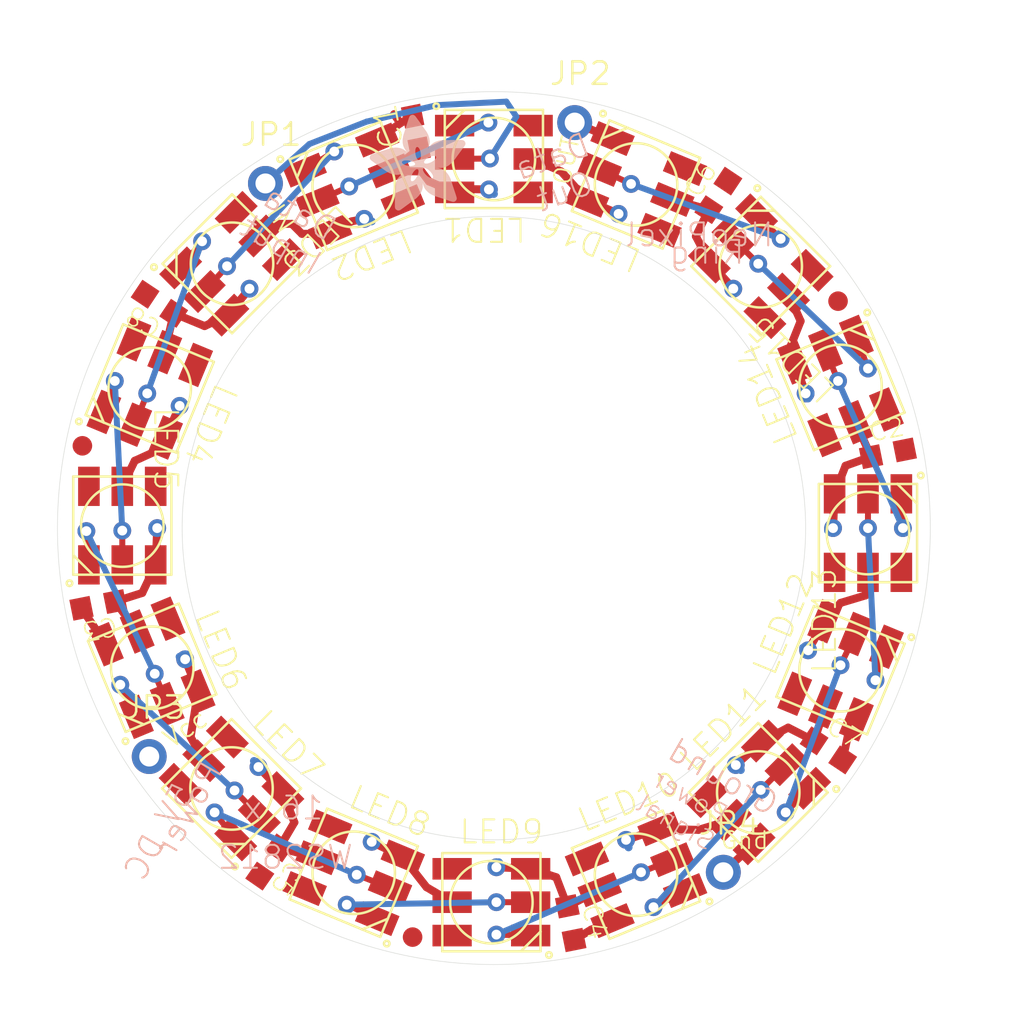
<source format=kicad_pcb>
(kicad_pcb (version 20240108) (generator "pcbnew") (generator_version "8.0")
  (layers (0 "F.Cu" signal) (31 "B.Cu" signal) (34 "B.Paste" user) (35 "F.Paste" user) (36 "B.SilkS" user "B.Silkscreen") (37 "F.SilkS" user "F.Silkscreen") (38 "B.Mask" user) (39 "F.Mask" user) (44 "Edge.Cuts" user))
  (net 0 "")
  (net 1 "N$1")
  (net 2 "N$2")
  (net 3 "N$3")
  (net 4 "N$4")
  (net 5 "N$5")
  (net 6 "N$6")
  (net 7 "N$7")
  (net 8 "+5V")
  (net 9 "GND")
  (net 10 "IN")
  (net 11 "N$9")
  (net 12 "N$10")
  (net 13 "N$11")
  (net 14 "N$12")
  (net 15 "N$13")
  (net 16 "N$14")
  (net 17 "N$15")
  (net 18 "N$16")
  (net 19 "OUT")
  (footprint "Adafruit NeoPixel Ring 16:WS28115050" (layer "F.Cu") (at 131.1021 112.1156 -67.5)
    (property "Reference" "LED6" (at -1.7 -2.9 -67.5) (layer "F.SilkS") (effects (font (size 1.1684 1.1684) (thickness 0.1016)) (justify left bottom)))
    (property "Value" "WS28115050")
    (pad "DI" smd rect (at 2 0 292.5) (size 2 1.1) (layers "F.Cu" "F.Paste" "F.Mask") (net 5 "N$5"))
    (pad "DO" smd rect (at 2 1.7 292.5) (size 2 1.1) (layers "F.Cu" "F.Paste" "F.Mask") (net 6 "N$6"))
    (pad "LEDVDD" smd rect (at -2 0 292.5) (size 2 1.1) (layers "F.Cu" "F.Paste" "F.Mask") (net 8 "+5V"))
    (pad "NC" smd rect (at -2 -1.7 292.5) (size 2 1.1) (layers "F.Cu" "F.Paste" "F.Mask"))
    (pad "VDD" smd rect (at 2 -1.7 292.5) (size 2 1.1) (layers "F.Cu" "F.Paste" "F.Mask") (net 8 "+5V"))
    (pad "VSS" smd rect (at -2 1.7 292.5) (size 2 1.1) (layers "F.Cu" "F.Paste" "F.Mask") (net 9 "GND"))
  )
  (footprint "Adafruit NeoPixel Ring 16:WS28115050" (layer "F.Cu") (at 167.5511 105.2576 90)
    (property "Reference" "LED13" (at -1.7 -2.9 90) (layer "F.SilkS") (effects (font (size 1.1684 1.1684) (thickness 0.1016)) (justify right top)))
    (property "Value" "WS28115050")
    (pad "DI" smd rect (at 2 0 90) (size 2 1.1) (layers "F.Cu" "F.Paste" "F.Mask") (net 14 "N$12"))
    (pad "DO" smd rect (at 2 1.7 90) (size 2 1.1) (layers "F.Cu" "F.Paste" "F.Mask") (net 15 "N$13"))
    (pad "LEDVDD" smd rect (at -2 0 90) (size 2 1.1) (layers "F.Cu" "F.Paste" "F.Mask") (net 8 "+5V"))
    (pad "NC" smd rect (at -2 -1.7 90) (size 2 1.1) (layers "F.Cu" "F.Paste" "F.Mask"))
    (pad "VDD" smd rect (at 2 -1.7 90) (size 2 1.1) (layers "F.Cu" "F.Paste" "F.Mask") (net 8 "+5V"))
    (pad "VSS" smd rect (at -2 1.7 90) (size 2 1.1) (layers "F.Cu" "F.Paste" "F.Mask") (net 9 "GND"))
  )
  (footprint "Adafruit NeoPixel Ring 16:WS28115050" (layer "F.Cu") (at 148.3741 124.0536)
    (property "Reference" "LED9" (at -1.7 -2.9 0) (layer "F.SilkS") (effects (font (size 1.1684 1.1684) (thickness 0.1016)) (justify left bottom)))
    (property "Value" "WS28115050")
    (pad "DI" smd rect (at 2 0) (size 2 1.1) (layers "F.Cu" "F.Paste" "F.Mask") (net 18 "N$16"))
    (pad "DO" smd rect (at 2 1.7) (size 2 1.1) (layers "F.Cu" "F.Paste" "F.Mask") (net 11 "N$9"))
    (pad "LEDVDD" smd rect (at -2 0) (size 2 1.1) (layers "F.Cu" "F.Paste" "F.Mask") (net 8 "+5V"))
    (pad "NC" smd rect (at -2 -1.7) (size 2 1.1) (layers "F.Cu" "F.Paste" "F.Mask"))
    (pad "VDD" smd rect (at 2 -1.7) (size 2 1.1) (layers "F.Cu" "F.Paste" "F.Mask") (net 8 "+5V"))
    (pad "VSS" smd rect (at -2 1.7) (size 2 1.1) (layers "F.Cu" "F.Paste" "F.Mask") (net 9 "GND"))
  )
  (footprint "Adafruit NeoPixel Ring 16:WS28115050" (layer "F.Cu") (at 135.1407 118.2624 -45)
    (property "Reference" "LED7" (at -1.7 -2.9 -45) (layer "F.SilkS") (effects (font (size 1.1684 1.1684) (thickness 0.1016)) (justify left bottom)))
    (property "Value" "WS28115050")
    (pad "DI" smd rect (at 2.000001 0 315) (size 2 1.1) (layers "F.Cu" "F.Paste" "F.Mask") (net 6 "N$6"))
    (pad "DO" smd rect (at 2 1.7 315) (size 2 1.1) (layers "F.Cu" "F.Paste" "F.Mask") (net 7 "N$7"))
    (pad "LEDVDD" smd rect (at -2.000001 0 315) (size 2 1.1) (layers "F.Cu" "F.Paste" "F.Mask") (net 8 "+5V"))
    (pad "NC" smd rect (at -2 -1.7 315) (size 2 1.1) (layers "F.Cu" "F.Paste" "F.Mask"))
    (pad "VDD" smd rect (at 2 -1.7 315) (size 2 1.1) (layers "F.Cu" "F.Paste" "F.Mask") (net 8 "+5V"))
    (pad "VSS" smd rect (at -2 1.7 315) (size 2 1.1) (layers "F.Cu" "F.Paste" "F.Mask") (net 9 "GND"))
  )
  (footprint "Adafruit NeoPixel Ring 16:C0603K" (layer "F.Cu") (at 152.4127 125.1204 -78.7)
    (property "Reference" "C4" (at -0.8 -0.65 -78.7) (layer "F.SilkS") (effects (font (size 0.93472 0.93472) (thickness 0.08128)) (justify left bottom)))
    (property "Value" "")
    (pad "1" smd rect (at -0.875 0 281.3) (size 1.05 1.08) (layers "F.Cu" "F.Paste" "F.Mask") (net 8 "+5V"))
    (pad "2" smd rect (at 0.875 0 281.3) (size 1.05 1.08) (layers "F.Cu" "F.Paste" "F.Mask") (net 9 "GND"))
  )
  (footprint "Adafruit NeoPixel Ring 16:WS28115050" (layer "F.Cu") (at 141.3637 87.5792 -157.5)
    (property "Reference" "LED2" (at -1.7 -2.9 -157.5) (layer "F.SilkS") (effects (font (size 1.1684 1.1684) (thickness 0.1016)) (justify left bottom)))
    (property "Value" "WS28115050")
    (pad "DI" smd rect (at 2 0 202.5) (size 2 1.1) (layers "F.Cu" "F.Paste" "F.Mask") (net 1 "N$1"))
    (pad "DO" smd rect (at 2 1.7 202.5) (size 2 1.1) (layers "F.Cu" "F.Paste" "F.Mask") (net 2 "N$2"))
    (pad "LEDVDD" smd rect (at -2 0 202.5) (size 2 1.1) (layers "F.Cu" "F.Paste" "F.Mask") (net 8 "+5V"))
    (pad "NC" smd rect (at -2 -1.7 202.5) (size 2 1.1) (layers "F.Cu" "F.Paste" "F.Mask"))
    (pad "VDD" smd rect (at 2 -1.7 202.5) (size 2 1.1) (layers "F.Cu" "F.Paste" "F.Mask") (net 8 "+5V"))
    (pad "VSS" smd rect (at -2 1.7 202.5) (size 2 1.1) (layers "F.Cu" "F.Paste" "F.Mask") (net 9 "GND"))
  )
  (footprint "Adafruit NeoPixel Ring 16:C0603" (layer "F.Cu") (at 144.530344 84.859163 101.3)
    (property "Reference" "C1" (at -0.635 -0.635 101.3) (layer "F.SilkS") (effects (font (size 1.1684 1.1684) (thickness 0.1016)) (justify left bottom)))
    (property "Value" "")
    (pad "1" smd rect (at -0.85 0 101.3) (size 1.1 1) (layers "F.Cu" "F.Paste" "F.Mask") (net 8 "+5V"))
    (pad "2" smd rect (at 0.85 0 101.3) (size 1.1 1) (layers "F.Cu" "F.Paste" "F.Mask") (net 9 "GND"))
  )
  (footprint "Adafruit NeoPixel Ring 16:WS28115050" (layer "F.Cu") (at 161.9631 118.4656 45)
    (property "Reference" "LED11" (at -1.7 -2.9 45) (layer "F.SilkS") (effects (font (size 1.1684 1.1684) (thickness 0.1016)) (justify left bottom)))
    (property "Value" "WS28115050")
    (pad "DI" smd rect (at 2.000001 0 45) (size 2 1.1) (layers "F.Cu" "F.Paste" "F.Mask") (net 12 "N$10"))
    (pad "DO" smd rect (at 2 1.7 45) (size 2 1.1) (layers "F.Cu" "F.Paste" "F.Mask") (net 13 "N$11"))
    (pad "LEDVDD" smd rect (at -2.000001 0 45) (size 2 1.1) (layers "F.Cu" "F.Paste" "F.Mask") (net 8 "+5V"))
    (pad "NC" smd rect (at -2 -1.7 45) (size 2 1.1) (layers "F.Cu" "F.Paste" "F.Mask"))
    (pad "VDD" smd rect (at 2 -1.7 45) (size 2 1.1) (layers "F.Cu" "F.Paste" "F.Mask") (net 8 "+5V"))
    (pad "VSS" smd rect (at -2 1.7 45) (size 2 1.1) (layers "F.Cu" "F.Paste" "F.Mask") (net 9 "GND"))
  )
  (footprint "Adafruit NeoPixel Ring 16:C0603K" (layer "F.Cu") (at 168.5671 101.1936 11.3)
    (property "Reference" "C2" (at -0.8 -0.65 11.3) (layer "F.SilkS") (effects (font (size 0.93472 0.93472) (thickness 0.08128)) (justify left bottom)))
    (property "Value" "")
    (pad "1" smd rect (at -0.875 0 11.3) (size 1.05 1.08) (layers "F.Cu" "F.Paste" "F.Mask") (net 8 "+5V"))
    (pad "2" smd rect (at 0.875 0 11.3) (size 1.05 1.08) (layers "F.Cu" "F.Paste" "F.Mask") (net 9 "GND"))
  )
  (footprint "Adafruit NeoPixel Ring 16:WS28115050" (layer "F.Cu") (at 155.7401 87.503 157.5)
    (property "Reference" "LED16" (at -1.7 -2.9 157.5) (layer "F.SilkS") (effects (font (size 1.1684 1.1684) (thickness 0.1016)) (justify left bottom)))
    (property "Value" "WS28115050")
    (pad "DI" smd rect (at 2 0 157.5) (size 2 1.1) (layers "F.Cu" "F.Paste" "F.Mask") (net 17 "N$15"))
    (pad "DO" smd rect (at 2 1.7 157.5) (size 2 1.1) (layers "F.Cu" "F.Paste" "F.Mask") (net 19 "OUT"))
    (pad "LEDVDD" smd rect (at -2 0 157.5) (size 2 1.1) (layers "F.Cu" "F.Paste" "F.Mask") (net 8 "+5V"))
    (pad "NC" smd rect (at -2 -1.7 157.5) (size 2 1.1) (layers "F.Cu" "F.Paste" "F.Mask"))
    (pad "VDD" smd rect (at 2 -1.7 157.5) (size 2 1.1) (layers "F.Cu" "F.Paste" "F.Mask") (net 8 "+5V"))
    (pad "VSS" smd rect (at -2 1.7 157.5) (size 2 1.1) (layers "F.Cu" "F.Paste" "F.Mask") (net 9 "GND"))
  )
  (footprint "Adafruit NeoPixel Ring 16:WS28115050" (layer "F.Cu") (at 129.5781 104.8766 -90)
    (property "Reference" "LED5" (at -1.7 -2.9 -90) (layer "F.SilkS") (effects (font (size 1.1684 1.1684) (thickness 0.1016)) (justify right top)))
    (property "Value" "WS28115050")
    (pad "DI" smd rect (at 2 0 270) (size 2 1.1) (layers "F.Cu" "F.Paste" "F.Mask") (net 4 "N$4"))
    (pad "DO" smd rect (at 2 1.7 270) (size 2 1.1) (layers "F.Cu" "F.Paste" "F.Mask") (net 5 "N$5"))
    (pad "LEDVDD" smd rect (at -2 0 270) (size 2 1.1) (layers "F.Cu" "F.Paste" "F.Mask") (net 8 "+5V"))
    (pad "NC" smd rect (at -2 -1.7 270) (size 2 1.1) (layers "F.Cu" "F.Paste" "F.Mask"))
    (pad "VDD" smd rect (at 2 -1.7 270) (size 2 1.1) (layers "F.Cu" "F.Paste" "F.Mask") (net 8 "+5V"))
    (pad "VSS" smd rect (at -2 1.7 270) (size 2 1.1) (layers "F.Cu" "F.Paste" "F.Mask") (net 9 "GND"))
  )
  (footprint "Adafruit NeoPixel Ring 16:WS28115050" (layer "F.Cu") (at 148.5011 86.2076 180)
    (property "Reference" "LED1" (at -1.7 -2.9 180) (layer "F.SilkS") (effects (font (size 1.1684 1.1684) (thickness 0.1016)) (justify left bottom)))
    (property "Value" "WS28115050")
    (pad "DI" smd rect (at 2 0 180) (size 2 1.1) (layers "F.Cu" "F.Paste" "F.Mask") (net 10 "IN"))
    (pad "DO" smd rect (at 2 1.7 180) (size 2 1.1) (layers "F.Cu" "F.Paste" "F.Mask") (net 1 "N$1"))
    (pad "LEDVDD" smd rect (at -2 0 180) (size 2 1.1) (layers "F.Cu" "F.Paste" "F.Mask") (net 8 "+5V"))
    (pad "NC" smd rect (at -2 -1.7 180) (size 2 1.1) (layers "F.Cu" "F.Paste" "F.Mask"))
    (pad "VDD" smd rect (at 2 -1.7 180) (size 2 1.1) (layers "F.Cu" "F.Paste" "F.Mask") (net 8 "+5V"))
    (pad "VSS" smd rect (at -2 1.7 180) (size 2 1.1) (layers "F.Cu" "F.Paste" "F.Mask") (net 9 "GND"))
  )
  (footprint "Adafruit NeoPixel Ring 16:WS28115050" (layer "F.Cu") (at 130.9751 97.8916 -112.5)
    (property "Reference" "LED4" (at -1.7 -2.9 -112.5) (layer "F.SilkS") (effects (font (size 1.1684 1.1684) (thickness 0.1016)) (justify left bottom)))
    (property "Value" "WS28115050")
    (pad "DI" smd rect (at 2 0 247.5) (size 2 1.1) (layers "F.Cu" "F.Paste" "F.Mask") (net 3 "N$3"))
    (pad "DO" smd rect (at 2 1.7 247.5) (size 2 1.1) (layers "F.Cu" "F.Paste" "F.Mask") (net 4 "N$4"))
    (pad "LEDVDD" smd rect (at -2 0 247.5) (size 2 1.1) (layers "F.Cu" "F.Paste" "F.Mask") (net 8 "+5V"))
    (pad "NC" smd rect (at -2 -1.7 247.5) (size 2 1.1) (layers "F.Cu" "F.Paste" "F.Mask"))
    (pad "VDD" smd rect (at 2 -1.7 247.5) (size 2 1.1) (layers "F.Cu" "F.Paste" "F.Mask") (net 8 "+5V"))
    (pad "VSS" smd rect (at -2 1.7 247.5) (size 2 1.1) (layers "F.Cu" "F.Paste" "F.Mask") (net 9 "GND"))
  )
  (footprint "Adafruit NeoPixel Ring 16:WS28115050" (layer "F.Cu") (at 162.0901 91.6686 135)
    (property "Reference" "LED15" (at -1.7 -2.9 135) (layer "F.SilkS") (effects (font (size 1.1684 1.1684) (thickness 0.1016)) (justify right top)))
    (property "Value" "WS28115050")
    (pad "DI" smd rect (at 2.000001 0 135) (size 2 1.1) (layers "F.Cu" "F.Paste" "F.Mask") (net 16 "N$14"))
    (pad "DO" smd rect (at 2 1.7 135) (size 2 1.1) (layers "F.Cu" "F.Paste" "F.Mask") (net 17 "N$15"))
    (pad "LEDVDD" smd rect (at -2.000001 0 135) (size 2 1.1) (layers "F.Cu" "F.Paste" "F.Mask") (net 8 "+5V"))
    (pad "NC" smd rect (at -2 -1.7 135) (size 2 1.1) (layers "F.Cu" "F.Paste" "F.Mask"))
    (pad "VDD" smd rect (at 2 -1.7 135) (size 2 1.1) (layers "F.Cu" "F.Paste" "F.Mask") (net 8 "+5V"))
    (pad "VSS" smd rect (at -2 1.7 135) (size 2 1.1) (layers "F.Cu" "F.Paste" "F.Mask") (net 9 "GND"))
  )
  (footprint "Adafruit NeoPixel Ring 16:1X01-CLEANBIG" (layer "F.Cu") (at 130.9497 116.6368)
    (property "Reference" "JP3" (at -1.3462 -1.8288 0) (layer "F.SilkS") (effects (font (size 1.143 1.143) (thickness 0.127)) (justify left bottom)))
    (property "Value" "VCC")
    (pad "1" thru_hole circle (at 0 0) (size 1.778 1.778) (drill 1.016) (layers "*.Cu" "*.Mask") (net 8 "+5V"))
  )
  (footprint "Adafruit NeoPixel Ring 16:C0603K" (layer "F.Cu") (at 137.077482 122.006193 -124.7)
    (property "Reference" "C5" (at -0.8 -0.65 -124.7) (layer "F.SilkS") (effects (font (size 0.93472 0.93472) (thickness 0.08128)) (justify left bottom)))
    (property "Value" "")
    (pad "1" smd rect (at -0.875 0 235.3) (size 1.05 1.08) (layers "F.Cu" "F.Paste" "F.Mask") (net 8 "+5V"))
    (pad "2" smd rect (at 0.875 0 235.3) (size 1.05 1.08) (layers "F.Cu" "F.Paste" "F.Mask") (net 9 "GND"))
  )
  (footprint "Adafruit NeoPixel Ring 16:FIDUCIAL_1MM" (layer "F.Cu") (at 166.0271 93.4466)
    (property "Reference" "FID1" (hide yes))
    (property "Value" "FIDUCIAL\"\"" (hide yes))
    (pad "1" smd roundrect (at 0 0) (size 1 1) (layers "F.Cu" "F.Mask") (roundrect_rratio 0.5))
  )
  (footprint "Adafruit NeoPixel Ring 16:WS28115050" (layer "F.Cu") (at 135.1661 91.5416 -135)
    (property "Reference" "LED3" (at -1.7 -2.9 -135) (layer "F.SilkS") (effects (font (size 1.1684 1.1684) (thickness 0.1016)) (justify right top)))
    (property "Value" "WS28115050")
    (pad "DI" smd rect (at 2.000001 0 225) (size 2 1.1) (layers "F.Cu" "F.Paste" "F.Mask") (net 2 "N$2"))
    (pad "DO" smd rect (at 2 1.7 225) (size 2 1.1) (layers "F.Cu" "F.Paste" "F.Mask") (net 3 "N$3"))
    (pad "LEDVDD" smd rect (at -2.000001 0 225) (size 2 1.1) (layers "F.Cu" "F.Paste" "F.Mask") (net 8 "+5V"))
    (pad "NC" smd rect (at -2 -1.7 225) (size 2 1.1) (layers "F.Cu" "F.Paste" "F.Mask"))
    (pad "VDD" smd rect (at 2 -1.7 225) (size 2 1.1) (layers "F.Cu" "F.Paste" "F.Mask") (net 8 "+5V"))
    (pad "VSS" smd rect (at -2 1.7 225) (size 2 1.1) (layers "F.Cu" "F.Paste" "F.Mask") (net 9 "GND"))
  )
  (footprint "Adafruit NeoPixel Ring 16:WS28115050" (layer "F.Cu") (at 166.1541 112.2426 67.5)
    (property "Reference" "LED12" (at -1.7 -2.9 67.5) (layer "F.SilkS") (effects (font (size 1.1684 1.1684) (thickness 0.1016)) (justify left bottom)))
    (property "Value" "WS28115050")
    (pad "DI" smd rect (at 2 0 67.5) (size 2 1.1) (layers "F.Cu" "F.Paste" "F.Mask") (net 13 "N$11"))
    (pad "DO" smd rect (at 2 1.7 67.5) (size 2 1.1) (layers "F.Cu" "F.Paste" "F.Mask") (net 14 "N$12"))
    (pad "LEDVDD" smd rect (at -2 0 67.5) (size 2 1.1) (layers "F.Cu" "F.Paste" "F.Mask") (net 8 "+5V"))
    (pad "NC" smd rect (at -2 -1.7 67.5) (size 2 1.1) (layers "F.Cu" "F.Paste" "F.Mask"))
    (pad "VDD" smd rect (at 2 -1.7 67.5) (size 2 1.1) (layers "F.Cu" "F.Paste" "F.Mask") (net 8 "+5V"))
    (pad "VSS" smd rect (at -2 1.7 67.5) (size 2 1.1) (layers "F.Cu" "F.Paste" "F.Mask") (net 9 "GND"))
  )
  (footprint "Adafruit NeoPixel Ring 16:WS28115050" (layer "F.Cu") (at 141.3637 122.555 -22.5)
    (property "Reference" "LED8" (at -1.7 -2.9 -22.5) (layer "F.SilkS") (effects (font (size 1.1684 1.1684) (thickness 0.1016)) (justify left bottom)))
    (property "Value" "WS28115050")
    (pad "DI" smd rect (at 2 0 337.5) (size 2 1.1) (layers "F.Cu" "F.Paste" "F.Mask") (net 7 "N$7"))
    (pad "DO" smd rect (at 2 1.7 337.5) (size 2 1.1) (layers "F.Cu" "F.Paste" "F.Mask") (net 18 "N$16"))
    (pad "LEDVDD" smd rect (at -2 0 337.5) (size 2 1.1) (layers "F.Cu" "F.Paste" "F.Mask") (net 8 "+5V"))
    (pad "NC" smd rect (at -2 -1.7 337.5) (size 2 1.1) (layers "F.Cu" "F.Paste" "F.Mask"))
    (pad "VDD" smd rect (at 2 -1.7 337.5) (size 2 1.1) (layers "F.Cu" "F.Paste" "F.Mask") (net 8 "+5V"))
    (pad "VSS" smd rect (at -2 1.7 337.5) (size 2 1.1) (layers "F.Cu" "F.Paste" "F.Mask") (net 9 "GND"))
  )
  (footprint "Adafruit NeoPixel Ring 16:WS28115050" (layer "F.Cu") (at 166.1541 97.7646 112.5)
    (property "Reference" "LED14" (at -1.7 -2.9 112.5) (layer "F.SilkS") (effects (font (size 1.1684 1.1684) (thickness 0.1016)) (justify left bottom)))
    (property "Value" "WS28115050")
    (pad "DI" smd rect (at 2 0 112.5) (size 2 1.1) (layers "F.Cu" "F.Paste" "F.Mask") (net 15 "N$13"))
    (pad "DO" smd rect (at 2 1.7 112.5) (size 2 1.1) (layers "F.Cu" "F.Paste" "F.Mask") (net 16 "N$14"))
    (pad "LEDVDD" smd rect (at -2 0 112.5) (size 2 1.1) (layers "F.Cu" "F.Paste" "F.Mask") (net 8 "+5V"))
    (pad "NC" smd rect (at -2 -1.7 112.5) (size 2 1.1) (layers "F.Cu" "F.Paste" "F.Mask"))
    (pad "VDD" smd rect (at 2 -1.7 112.5) (size 2 1.1) (layers "F.Cu" "F.Paste" "F.Mask") (net 8 "+5V"))
    (pad "VSS" smd rect (at -2 1.7 112.5) (size 2 1.1) (layers "F.Cu" "F.Paste" "F.Mask") (net 9 "GND"))
  )
  (footprint "Adafruit NeoPixel Ring 16:C0603K" (layer "F.Cu") (at 165.534509 116.322006 -33.7)
    (property "Reference" "C7" (at -0.8 -0.65 -33.7) (layer "F.SilkS") (effects (font (size 0.93472 0.93472) (thickness 0.08128)) (justify left bottom)))
    (property "Value" "")
    (pad "1" smd rect (at -0.875 0 326.3) (size 1.05 1.08) (layers "F.Cu" "F.Paste" "F.Mask") (net 8 "+5V"))
    (pad "2" smd rect (at 0.875 0 326.3) (size 1.05 1.08) (layers "F.Cu" "F.Paste" "F.Mask") (net 9 "GND"))
  )
  (footprint "Adafruit NeoPixel Ring 16:WS28115050" (layer "F.Cu") (at 155.7401 122.6566 22.5)
    (property "Reference" "LED10" (at -1.7 -2.9 22.5) (layer "F.SilkS") (effects (font (size 1.1684 1.1684) (thickness 0.1016)) (justify left bottom)))
    (property "Value" "WS28115050")
    (pad "DI" smd rect (at 2 0 22.5) (size 2 1.1) (layers "F.Cu" "F.Paste" "F.Mask") (net 11 "N$9"))
    (pad "DO" smd rect (at 2 1.7 22.5) (size 2 1.1) (layers "F.Cu" "F.Paste" "F.Mask") (net 12 "N$10"))
    (pad "LEDVDD" smd rect (at -2 0 22.5) (size 2 1.1) (layers "F.Cu" "F.Paste" "F.Mask") (net 8 "+5V"))
    (pad "NC" smd rect (at -2 -1.7 22.5) (size 2 1.1) (layers "F.Cu" "F.Paste" "F.Mask"))
    (pad "VDD" smd rect (at 2 -1.7 22.5) (size 2 1.1) (layers "F.Cu" "F.Paste" "F.Mask") (net 8 "+5V"))
    (pad "VSS" smd rect (at -2 1.7 22.5) (size 2 1.1) (layers "F.Cu" "F.Paste" "F.Mask") (net 9 "GND"))
  )
  (footprint "Adafruit NeoPixel Ring 16:FIDUCIAL_1MM" (layer "F.Cu") (at 144.3609 125.8316)
    (property "Reference" "FID2" (hide yes))
    (property "Value" "FIDUCIAL\"\"" (hide yes))
    (pad "1" smd roundrect (at 0 0) (size 1 1) (layers "F.Cu" "F.Mask") (roundrect_rratio 0.5))
  )
  (footprint "Adafruit NeoPixel Ring 16:C0603K" (layer "F.Cu") (at 159.9311 88.059994 56.3)
    (property "Reference" "C6" (at -0.8 -0.65 56.3) (layer "F.SilkS") (effects (font (size 0.93472 0.93472) (thickness 0.08128)) (justify left bottom)))
    (property "Value" "")
    (pad "1" smd rect (at -0.875 0 56.3) (size 1.05 1.08) (layers "F.Cu" "F.Paste" "F.Mask") (net 8 "+5V"))
    (pad "2" smd rect (at 0.875 0 56.3) (size 1.05 1.08) (layers "F.Cu" "F.Paste" "F.Mask") (net 9 "GND"))
  )
  (footprint "Adafruit NeoPixel Ring 16:FIDUCIAL_1MM" (layer "F.Cu") (at 127.5461 100.8126)
    (property "Reference" "FID3" (hide yes))
    (property "Value" "FIDUCIAL\"\"" (hide yes))
    (pad "1" smd roundrect (at 0 0) (size 1 1) (layers "F.Cu" "F.Mask") (roundrect_rratio 0.5))
  )
  (footprint "Adafruit NeoPixel Ring 16:1X01-CLEANBIG" (layer "F.Cu") (at 136.8679 87.4522)
    (property "Reference" "JP1" (at -1.3462 -1.8288 0) (layer "F.SilkS") (effects (font (size 1.143 1.143) (thickness 0.127)) (justify left bottom)))
    (property "Value" "IN")
    (pad "1" thru_hole circle (at 0 0) (size 1.778 1.778) (drill 1.016) (layers "*.Cu" "*.Mask") (net 10 "IN"))
  )
  (footprint "Adafruit NeoPixel Ring 16:C0603K" (layer "F.Cu") (at 128.3589 108.9152 -168.7)
    (property "Reference" "C3" (at -0.8 -0.65 -168.7) (layer "F.SilkS") (effects (font (size 0.93472 0.93472) (thickness 0.08128)) (justify left bottom)))
    (property "Value" "")
    (pad "1" smd rect (at -0.875 0 191.3) (size 1.05 1.08) (layers "F.Cu" "F.Paste" "F.Mask") (net 8 "+5V"))
    (pad "2" smd rect (at 0.875 0 191.3) (size 1.05 1.08) (layers "F.Cu" "F.Paste" "F.Mask") (net 9 "GND"))
  )
  (footprint "Adafruit NeoPixel Ring 16:1X01-CLEANBIG" (layer "F.Cu") (at 152.6159 84.3534)
    (property "Reference" "JP2" (at -1.3462 -1.8288 0) (layer "F.SilkS") (effects (font (size 1.143 1.143) (thickness 0.127)) (justify left bottom)))
    (property "Value" "OUT")
    (pad "1" thru_hole circle (at 0 0) (size 1.778 1.778) (drill 1.016) (layers "*.Cu" "*.Mask") (net 19 "OUT"))
  )
  (footprint "Adafruit NeoPixel Ring 16:C0603K" (layer "F.Cu") (at 131.467691 93.579982 146.3)
    (property "Reference" "C8" (at -0.8 -0.65 146.3) (layer "F.SilkS") (effects (font (size 0.93472 0.93472) (thickness 0.08128)) (justify left bottom)))
    (property "Value" "")
    (pad "1" smd rect (at -0.875 0 146.3) (size 1.05 1.08) (layers "F.Cu" "F.Paste" "F.Mask") (net 8 "+5V"))
    (pad "2" smd rect (at 0.875 0 146.3) (size 1.05 1.08) (layers "F.Cu" "F.Paste" "F.Mask") (net 9 "GND"))
  )
  (footprint "Adafruit NeoPixel Ring 16:1X01-CLEANBIG" (layer "F.Cu") (at 160.1851 122.5296)
    (property "Reference" "JP4" (at -1.3462 -1.8288 0) (layer "F.SilkS") (effects (font (size 1.143 1.143) (thickness 0.127)) (justify left bottom)))
    (property "Value" "GND")
    (pad "1" thru_hole circle (at 0 0) (size 1.778 1.778) (drill 1.016) (layers "*.Cu" "*.Mask") (net 9 "GND"))
  )
  (footprint "Adafruit NeoPixel Ring 16:ADAFRUIT_5MM" (layer "B.Cu") (at 147.0533 88.8238 180)
    (property "Reference" "U$2" (hide yes))
    (property "Value" "" (hide yes))
  )
  (gr_circle (center 148.5011 105.0036) (end 164.3761 105.0036) (stroke (width 0.0254)) (fill none) (layer "Edge.Cuts"))
  (gr_circle (center 148.5011 105.0036) (end 170.7261 105.0036) (stroke (width 0.0254)) (fill none) (layer "Edge.Cuts"))
  (gr_text "WS2812" (at 141.399744 122.449844 0) (layer "B.SilkS") (effects (font (size 1.1684 1.1684) (thickness 0.1016)) (justify left bottom mirror)))
  (gr_text "Ring" (at 159.3469 90.9574 0) (layer "B.SilkS") (effects (font (size 1.1684 1.1684) (thickness 0.1016)) (justify mirror)))
  (gr_text "Data\nOut" (at 151.7777 86.9696 20) (layer "B.SilkS") (effects (font (size 1.1684 1.1684) (thickness 0.1016)) (justify mirror)))
  (gr_text "16 x" (at 139.8905 119.9388 0) (layer "B.SilkS") (effects (font (size 1.1684 1.1684) (thickness 0.1016)) (justify left bottom mirror)))
  (gr_text "5V DC" (at 133.4135 118.4402 60) (layer "B.SilkS") (effects (font (size 1.1684 1.1684) (thickness 0.1016)) (justify left bottom mirror)))
  (gr_text "NeoPixel\n" (at 158.9659 90.0684 0) (layer "B.SilkS") (effects (font (size 1.1684 1.1684) (thickness 0.1016)) (justify mirror)))
  (gr_text "Data\nInput" (at 138.1379 89.7636 330) (layer "B.SilkS") (effects (font (size 1.1684 1.1684) (thickness 0.1016)) (justify mirror)))
  (gr_text "Power\nSignal" (at 158.1277 119.3292 330) (layer "B.SilkS") (effects (font (size 0.93472 0.93472) (thickness 0.08128)) (justify mirror)))
  (gr_text "Power" (at 134.8613 117.3226 60) (layer "B.SilkS") (effects (font (size 1.1684 1.1684) (thickness 0.1016)) (justify left bottom mirror)))
  (gr_text "Ground" (at 162.5473 119.8372 330) (layer "B.SilkS") (effects (font (size 1.1684 1.1684) (thickness 0.1016)) (justify left bottom mirror)))
  (gr_text "OUT" (at 152.4381 87.6554 78.7) (layer "F.SilkS") (effects (font (size 0.86868 0.86868) (thickness 0.09652)) (justify left bottom)))
  (gr_text "IN" (at 136.79538 88.891552 -56.2) (layer "F.SilkS") (effects (font (size 0.9144 0.9144) (thickness 0.1016)) (justify left bottom)))
  (gr_text "Vcc" (at 132.059632 116.345784 33.7) (layer "F.SilkS") (effects (font (size 0.9144 0.9144) (thickness 0.1016)) (justify left bottom)))
  (gr_text "Gnd" (at 159.9819 121.412 0) (layer "F.SilkS") (effects (font (size 0.86868 0.86868) (thickness 0.09652)) (justify left bottom)))
  (segment (start 148.2217 84.3534) (end 146.5011 84.5076) (width 0.3048) (layer "F.Cu") (net 1))
  (segment (start 139.515944 88.344569) (end 141.1351 87.6046) (width 0.3048) (layer "F.Cu") (net 1))
  (via (at 141.1351 87.6046) (size 0.9064) (drill 0.5) (layers "F.Cu" "B.Cu") (net 1))
  (via (at 148.2217 84.3534) (size 0.9064) (drill 0.5) (layers "F.Cu" "B.Cu") (net 1))
  (segment (start 141.1351 87.6046) (end 148.2217 84.3534) (width 0.3048) (layer "B.Cu") (net 1))
  (segment (start 140.3731 85.8266) (end 138.865382 86.773972) (width 0.3048) (layer "F.Cu") (net 2))
  (segment (start 133.751888 92.955816) (end 134.9121 91.6686) (width 0.3048) (layer "F.Cu") (net 2))
  (via (at 140.3731 85.8266) (size 0.9064) (drill 0.5) (layers "F.Cu" "B.Cu") (net 2))
  (via (at 134.9121 91.6686) (size 0.9064) (drill 0.5) (layers "F.Cu" "B.Cu") (net 2))
  (segment (start 134.9121 91.6686) (end 140.3731 85.8266) (width 0.3048) (layer "B.Cu") (net 2))
  (segment (start 133.6421 90.3986) (end 132.549807 91.753735) (width 0.3048) (layer "F.Cu") (net 3))
  (segment (start 130.209735 99.73936) (end 130.8481 98.1456) (width 0.3048) (layer "F.Cu") (net 3))
  (via (at 130.8481 98.1456) (size 0.9064) (drill 0.5) (layers "F.Cu" "B.Cu") (net 3))
  (via (at 133.6421 90.3986) (size 0.9064) (drill 0.5) (layers "F.Cu" "B.Cu") (net 3))
  (segment (start 130.8481 98.1456) (end 133.6421 90.3986) (width 0.3048) (layer "B.Cu") (net 3))
  (segment (start 129.1971 97.5106) (end 128.639141 99.0888) (width 0.3048) (layer "F.Cu") (net 4))
  (segment (start 129.5781 106.8766) (end 129.5781 105.1306) (width 0.3048) (layer "F.Cu") (net 4))
  (via (at 129.1971 97.5106) (size 0.9064) (drill 0.5) (layers "F.Cu" "B.Cu") (net 4))
  (via (at 129.5781 105.1306) (size 0.9064) (drill 0.5) (layers "F.Cu" "B.Cu") (net 4))
  (segment (start 129.5781 105.1306) (end 129.1971 97.5106) (width 0.3048) (layer "B.Cu") (net 4))
  (segment (start 131.867469 113.963356) (end 131.2291 112.4204) (width 0.3048) (layer "F.Cu") (net 5))
  (segment (start 127.7493 105.156) (end 127.8781 106.8766) (width 0.3048) (layer "F.Cu") (net 5))
  (via (at 131.2291 112.4204) (size 0.9064) (drill 0.5) (layers "F.Cu" "B.Cu") (net 5))
  (via (at 127.7493 105.156) (size 0.9064) (drill 0.5) (layers "F.Cu" "B.Cu") (net 5))
  (segment (start 131.2291 112.4204) (end 127.7493 105.156) (width 0.3048) (layer "B.Cu") (net 5))
  (segment (start 136.554916 119.676612) (end 135.2931 118.364) (width 0.3048) (layer "F.Cu") (net 6))
  (segment (start 129.4765 112.9792) (end 130.296872 114.613918) (width 0.3048) (layer "F.Cu") (net 6))
  (via (at 129.4765 112.9792) (size 0.9064) (drill 0.5) (layers "F.Cu" "B.Cu") (net 6))
  (via (at 135.2931 118.364) (size 0.9064) (drill 0.5) (layers "F.Cu" "B.Cu") (net 6))
  (segment (start 135.2931 118.364) (end 129.4765 112.9792) (width 0.3048) (layer "B.Cu") (net 6))
  (segment (start 143.21146 123.320365) (end 141.5161 122.6566) (width 0.3048) (layer "F.Cu") (net 7))
  (segment (start 134.2771 119.4816) (end 135.352835 120.878693) (width 0.3048) (layer "F.Cu") (net 7))
  (via (at 134.2771 119.4816) (size 0.9064) (drill 0.5) (layers "F.Cu" "B.Cu") (net 7))
  (via (at 141.5161 122.6566) (size 0.9064) (drill 0.5) (layers "F.Cu" "B.Cu") (net 7))
  (segment (start 141.5161 122.6566) (end 134.2771 119.4816) (width 0.3048) (layer "B.Cu") (net 7))
  (segment (start 136.580316 90.127388) (end 136.453316 89.5096) (width 0.4064) (layer "F.Cu") (net 8))
  (segment (start 130.2131 101.5746) (end 131.6101 100.9396) (width 0.4064) (layer "F.Cu") (net 8))
  (segment (start 158.9151 120.3706) (end 160.548884 119.879812) (width 0.4064) (layer "F.Cu") (net 8))
  (segment (start 163.818137 96.567404) (end 164.3761 98.1456) (width 0.4064) (layer "F.Cu") (net 8))
  (segment (start 134.953969 94.157897) (end 136.0551 92.8116) (width 0.4064) (layer "F.Cu") (net 8))
  (segment (start 140.166504 89.915163) (end 141.257866 89.3826) (width 0.4064) (layer "F.Cu") (net 8))
  (segment (start 158.7881 90.1446) (end 159.445609 88.787957) (width 0.4064) (layer "F.Cu") (net 8))
  (segment (start 150.5011 86.2076) (end 150.0251 85.9536) (width 0.4064) (layer "F.Cu") (net 8))
  (segment (start 129.5781 102.8766) (end 130.2131 101.5746) (width 0.4064) (layer "F.Cu") (net 8))
  (segment (start 137.756997 118.474531) (end 136.5123 117.1702) (width 0.4064) (layer "F.Cu") (net 8))
  (segment (start 156.937296 120.320637) (end 155.2321 120.8786) (width 0.4064) (layer "F.Cu") (net 8))
  (segment (start 143.862022 121.749768) (end 145.0721 123.2916) (width 0.4064) (layer "F.Cu") (net 8))
  (segment (start 150.5011 86.2076) (end 151.9301 86.8426) (width 0.4064) (layer "F.Cu") (net 8))
  (segment (start 129.216941 108.743746) (end 130.336735 110.26784) (width 0.4064) (layer "F.Cu") (net 8))
  (segment (start 167.709059 101.365054) (end 166.919465 99.61236) (width 0.4064) (layer "F.Cu") (net 8))
  (segment (start 144.8181 86.8426) (end 143.21146 86.813835) (width 0.4064) (layer "F.Cu") (net 8))
  (segment (start 163.504312 93.082816) (end 164.1221 94.4626) (width 0.4064) (layer "F.Cu") (net 8))
  (segment (start 164.1221 94.4626) (end 163.6141 95.7326) (width 0.4064) (layer "F.Cu") (net 8))
  (segment (start 136.453316 89.5096) (end 138.2141 89.5096) (width 0.4064) (layer "F.Cu") (net 8))
  (segment (start 138.3411 119.9896) (end 137.756997 118.474531) (width 0.4064) (layer "F.Cu") (net 8))
  (segment (start 137.575604 121.286815) (end 139.515944 121.789631) (width 0.4064) (layer "F.Cu") (net 8))
  (segment (start 133.438063 113.312796) (end 132.7785 111.6838) (width 0.4064) (layer "F.Cu") (net 8))
  (segment (start 134.953969 94.157897) (end 133.7691 94.7166) (width 0.4064) (layer "F.Cu") (net 8))
  (segment (start 165.8511 103.2576) (end 166.4081 101.8286) (width 0.4064) (layer "F.Cu") (net 8))
  (segment (start 130.5941 108.3056) (end 131.2781 106.8766) (width 0.4064) (layer "F.Cu") (net 8))
  (segment (start 164.806546 115.836515) (end 165.388731 114.090356) (width 0.4064) (layer "F.Cu") (net 8))
  (segment (start 166.4081 101.8286) (end 167.709059 101.365054) (width 0.4064) (layer "F.Cu") (net 8))
  (segment (start 131.2781 106.8766) (end 131.3561 105.0036) (width 0.4064) (layer "F.Cu") (net 8))
  (segment (start 151.9301 86.8426) (end 153.241778 88.308232) (width 0.4064) (layer "F.Cu") (net 8))
  (segment (start 138.7221 90.0176) (end 139.733866 90.0176) (width 0.4064) (layer "F.Cu") (net 8))
  (segment (start 141.257866 89.3826) (end 141.8971 89.2556) (width 0.4064) (layer "F.Cu") (net 8))
  (segment (start 163.4871 115.1636) (end 164.806546 115.836515) (width 0.4064) (layer "F.Cu") (net 8))
  (segment (start 156.937296 120.320637) (end 158.9151 120.3706) (width 0.4064) (layer "F.Cu") (net 8))
  (segment (start 138.2141 89.5096) (end 138.7221 90.0176) (width 0.4064) (layer "F.Cu") (net 8))
  (segment (start 143.862022 121.749768) (end 142.2781 120.9802) (width 0.4064) (layer "F.Cu") (net 8))
  (segment (start 131.6101 100.9396) (end 131.780332 100.389922) (width 0.4064) (layer "F.Cu") (net 8))
  (segment (start 165.348868 109.744278) (end 164.5031 111.2266) (width 0.4064) (layer "F.Cu") (net 8))
  (segment (start 137.575604 121.286815) (end 138.3411 119.9896) (width 0.4064) (layer "F.Cu") (net 8))
  (segment (start 151.6761 122.7836) (end 152.241246 124.262359) (width 0.4064) (layer "F.Cu") (net 8))
  (segment (start 167.4241 108.4326) (end 167.5511 107.2576) (width 0.4064) (layer "F.Cu") (net 8))
  (segment (start 153.89234 123.421965) (end 152.241246 124.262359) (width 0.4064) (layer "F.Cu") (net 8))
  (segment (start 146.5011 87.9076) (end 146.5791 87.7316) (width 0.4064) (layer "F.Cu") (net 8))
  (segment (start 159.473803 91.456469) (end 158.7881 90.1446) (width 0.4064) (layer "F.Cu") (net 8))
  (segment (start 162.175231 115.849303) (end 160.8201 117.0686) (width 0.4064) (layer "F.Cu") (net 8))
  (segment (start 150.3741 122.3536) (end 148.6281 122.2756) (width 0.4064) (layer "F.Cu") (net 8))
  (segment (start 166.1541 108.8136) (end 167.4241 108.4326) (width 0.4064) (layer "F.Cu") (net 8))
  (segment (start 162.175231 115.849303) (end 163.4871 115.1636) (width 0.4064) (layer "F.Cu") (net 8))
  (segment (start 132.195654 94.065472) (end 131.740469 96.043844) (width 0.4064) (layer "F.Cu") (net 8))
  (segment (start 146.5011 87.9076) (end 145.1991 87.3506) (width 0.4064) (layer "F.Cu") (net 8))
  (segment (start 153.241778 88.308232) (end 154.8511 89.0016) (width 0.4064) (layer "F.Cu") (net 8))
  (segment (start 143.21146 86.813835) (end 144.6969 85.692688) (width 0.4064) (layer "F.Cu") (net 8))
  (segment (start 131.780332 100.389922) (end 132.4991 98.7806) (width 0.4064) (layer "F.Cu") (net 8))
  (segment (start 150.3741 122.3536) (end 151.6761 122.7836) (width 0.4064) (layer "F.Cu") (net 8))
  (segment (start 165.8511 103.2576) (end 165.7731 105.0036) (width 0.4064) (layer "F.Cu") (net 8))
  (segment (start 145.1991 87.3506) (end 144.8181 86.8426) (width 0.4064) (layer "F.Cu") (net 8))
  (segment (start 133.726488 116.848184) (end 133.0579 115.6462) (width 0.4064) (layer "F.Cu") (net 8))
  (segment (start 165.348868 109.744278) (end 166.1541 108.8136) (width 0.4064) (layer "F.Cu") (net 8))
  (segment (start 148.2471 87.503) (end 148.2471 87.757) (width 0.4064) (layer "F.Cu") (net 8))
  (segment (start 146.5791 87.7316) (end 148.2471 87.757) (width 0.4064) (layer "F.Cu") (net 8))
  (segment (start 145.0721 123.2916) (end 146.3741 124.0536) (width 0.4064) (layer "F.Cu") (net 8))
  (segment (start 159.473803 91.456469) (end 160.6931 92.8116) (width 0.4064) (layer "F.Cu") (net 8))
  (segment (start 129.216941 108.743746) (end 130.5941 108.3056) (width 0.4064) (layer "F.Cu") (net 8))
  (segment (start 133.7691 94.7166) (end 132.195654 94.065472) (width 0.4064) (layer "F.Cu") (net 8))
  (segment (start 139.733866 90.0176) (end 140.166504 89.915163) (width 0.4064) (layer "F.Cu") (net 8))
  (segment (start 157.587856 88.268369) (end 159.445609 88.787957) (width 0.4064) (layer "F.Cu") (net 8))
  (segment (start 133.0579 115.6462) (end 133.438063 113.312796) (width 0.4064) (layer "F.Cu") (net 8))
  (segment (start 163.6141 95.7326) (end 163.818137 96.567404) (width 0.4064) (layer "F.Cu") (net 8))
  (via (at 155.2321 120.8786) (size 0.9064) (drill 0.5) (layers "F.Cu" "B.Cu") (net 8))
  (via (at 164.5031 111.2266) (size 0.9064) (drill 0.5) (layers "F.Cu" "B.Cu") (net 8))
  (via (at 131.3561 105.0036) (size 0.9064) (drill 0.5) (layers "F.Cu" "B.Cu") (net 8))
  (via (at 148.6281 122.2756) (size 0.9064) (drill 0.5) (layers "F.Cu" "B.Cu") (net 8))
  (via (at 136.5123 117.1702) (size 0.9064) (drill 0.5) (layers "F.Cu" "B.Cu") (net 8))
  (via (at 164.3761 98.1456) (size 0.9064) (drill 0.5) (layers "F.Cu" "B.Cu") (net 8))
  (via (at 165.7731 105.0036) (size 0.9064) (drill 0.5) (layers "F.Cu" "B.Cu") (net 8))
  (via (at 142.2781 120.9802) (size 0.9064) (drill 0.5) (layers "F.Cu" "B.Cu") (net 8))
  (via (at 148.2471 87.757) (size 0.9064) (drill 0.5) (layers "F.Cu" "B.Cu") (net 8))
  (via (at 136.0551 92.8116) (size 0.9064) (drill 0.5) (layers "F.Cu" "B.Cu") (net 8))
  (via (at 160.8201 117.0686) (size 0.9064) (drill 0.5) (layers "F.Cu" "B.Cu") (net 8))
  (via (at 132.4991 98.7806) (size 0.9064) (drill 0.5) (layers "F.Cu" "B.Cu") (net 8))
  (via (at 154.8511 89.0016) (size 0.9064) (drill 0.5) (layers "F.Cu" "B.Cu") (net 8))
  (via (at 141.8971 89.2556) (size 0.9064) (drill 0.5) (layers "F.Cu" "B.Cu") (net 8))
  (via (at 132.7785 111.6838) (size 0.9064) (drill 0.5) (layers "F.Cu" "B.Cu") (net 8))
  (via (at 160.6931 92.8116) (size 0.9064) (drill 0.5) (layers "F.Cu" "B.Cu") (net 8))
  (segment (start 132.4991 98.7806) (end 132.4991 98.5266) (width 0.4064) (layer "B.Cu") (net 8))
  (segment (start 131.3561 105.0036) (end 131.4831 104.8766) (width 0.4064) (layer "B.Cu") (net 8))
  (segment (start 136.0551 92.8116) (end 136.1821 92.6846) (width 0.4064) (layer "B.Cu") (net 8))
  (segment (start 164.3761 98.1456) (end 164.5031 98.3996) (width 0.4064) (layer "B.Cu") (net 8))
  (segment (start 148.6281 122.2756) (end 148.7551 122.0216) (width 0.4064) (layer "B.Cu") (net 8))
  (segment (start 165.7731 105.0036) (end 165.5191 105.1306) (width 0.4064) (layer "B.Cu") (net 8))
  (segment (start 142.2781 120.9802) (end 142.1511 121.1326) (width 0.4064) (layer "B.Cu") (net 8))
  (segment (start 141.8971 89.2556) (end 142.2781 89.3826) (width 0.4064) (layer "B.Cu") (net 8))
  (segment (start 160.8201 117.0686) (end 161.0741 117.3226) (width 0.4064) (layer "B.Cu") (net 8))
  (segment (start 132.7785 111.6838) (end 132.4991 111.5568) (width 0.4064) (layer "B.Cu") (net 8))
  (segment (start 154.8511 89.0016) (end 154.8511 89.2556) (width 0.4064) (layer "B.Cu") (net 8))
  (segment (start 148.2471 87.757) (end 148.5011 87.9856) (width 0.4064) (layer "B.Cu") (net 8))
  (segment (start 164.5031 111.2266) (end 164.2491 111.0996) (width 0.4064) (layer "B.Cu") (net 8))
  (segment (start 155.2321 120.8786) (end 155.3591 121.2596) (width 0.4064) (layer "B.Cu") (net 8))
  (segment (start 136.5123 117.1702) (end 136.2837 116.8654) (width 0.4064) (layer "B.Cu") (net 8))
  (segment (start 160.6931 92.8116) (end 160.6931 93.0656) (width 0.4064) (layer "B.Cu") (net 8))
  (segment (start 143.719438 84.395013) (end 143.6751 84.3026) (width 0.4064) (layer "F.Cu") (net 9))
  (segment (start 152.58415 125.978437) (end 153.4541 125.4506) (width 0.4064) (layer "F.Cu") (net 9))
  (segment (start 166.262468 116.807493) (end 166.5351 115.5446) (width 0.4064) (layer "F.Cu") (net 9))
  (segment (start 143.6751 84.3026) (end 143.4211 83.9216) (width 0.4064) (layer "F.Cu") (net 9))
  (segment (start 166.5351 115.5446) (end 166.7891 114.7826) (width 0.4064) (layer "F.Cu") (net 9))
  (segment (start 127.500863 109.08665) (end 128.4351 110.4646) (width 0.4064) (layer "F.Cu") (net 9))
  (segment (start 143.719438 84.395013) (end 144.363791 84.025641) (width 0.4064) (layer "F.Cu") (net 9))
  (segment (start 161.750965 121.081893) (end 160.1851 122.5296) (width 0.4064) (layer "F.Cu") (net 9))
  (segment (start 142.5609 85.243241) (end 143.719438 84.395013) (width 0.4064) (layer "F.Cu") (net 9))
  (segment (start 153.4541 125.4506) (end 154.4701 125.0696) (width 0.4064) (layer "F.Cu") (net 9))
  (segment (start 146.5011 86.2076) (end 148.2979 86.1822) (width 0.3048) (layer "F.Cu") (net 10))
  (via (at 148.2979 86.1822) (size 0.9064) (drill 0.5) (layers "F.Cu" "B.Cu") (net 10))
  (segment (start 149.1361 83.2866) (end 145.6055 83.4644) (width 0.3048) (layer "B.Cu") (net 10))
  (segment (start 142.0241 84.3026) (end 139.1031 85.4456) (width 0.3048) (layer "B.Cu") (net 10))
  (segment (start 148.2979 86.1822) (end 149.6441 84.0486) (width 0.3048) (layer "B.Cu") (net 10))
  (segment (start 139.1031 85.4456) (end 136.8679 87.4522) (width 0.3048) (layer "B.Cu") (net 10))
  (segment (start 145.6055 83.4644) (end 142.0241 84.3026) (width 0.3048) (layer "B.Cu") (net 10))
  (segment (start 149.6441 84.0486) (end 149.1361 83.2866) (width 0.3048) (layer "B.Cu") (net 10))
  (segment (start 148.6281 125.7046) (end 150.3741 125.7536) (width 0.3048) (layer "F.Cu") (net 11))
  (segment (start 157.587856 121.891231) (end 155.9941 122.5296) (width 0.3048) (layer "F.Cu") (net 11))
  (via (at 148.6281 125.7046) (size 0.9064) (drill 0.5) (layers "F.Cu" "B.Cu") (net 11))
  (via (at 155.9941 122.5296) (size 0.9064) (drill 0.5) (layers "F.Cu" "B.Cu") (net 11))
  (segment (start 155.9941 122.5296) (end 148.6281 125.7046) (width 0.3048) (layer "B.Cu") (net 11))
  (segment (start 162.0901 118.3386) (end 163.377312 117.051384) (width 0.3048) (layer "F.Cu") (net 12))
  (segment (start 158.238418 123.461828) (end 156.6291 124.3076) (width 0.3048) (layer "F.Cu") (net 12))
  (via (at 162.0901 118.3386) (size 0.9064) (drill 0.5) (layers "F.Cu" "B.Cu") (net 12))
  (via (at 156.6291 124.3076) (size 0.9064) (drill 0.5) (layers "F.Cu" "B.Cu") (net 12))
  (segment (start 156.6291 124.3076) (end 162.0901 118.3386) (width 0.3048) (layer "B.Cu") (net 12))
  (segment (start 166.919465 110.39484) (end 166.1541 111.9886) (width 0.3048) (layer "F.Cu") (net 13))
  (segment (start 163.3601 119.4816) (end 164.579393 118.253465) (width 0.3048) (layer "F.Cu") (net 13))
  (via (at 163.3601 119.4816) (size 0.9064) (drill 0.5) (layers "F.Cu" "B.Cu") (net 13))
  (via (at 166.1541 111.9886) (size 0.9064) (drill 0.5) (layers "F.Cu" "B.Cu") (net 13))
  (segment (start 166.1541 111.9886) (end 163.3601 119.4816) (width 0.3048) (layer "B.Cu") (net 13))
  (segment (start 167.5511 103.2576) (end 167.5511 105.0036) (width 0.3048) (layer "F.Cu") (net 14))
  (segment (start 167.9321 112.7506) (end 168.490059 111.0454) (width 0.3048) (layer "F.Cu") (net 14))
  (via (at 167.9321 112.7506) (size 0.9064) (drill 0.5) (layers "F.Cu" "B.Cu") (net 14))
  (via (at 167.5511 105.0036) (size 0.9064) (drill 0.5) (layers "F.Cu" "B.Cu") (net 14))
  (segment (start 167.5511 105.0036) (end 167.9321 112.7506) (width 0.3048) (layer "B.Cu") (net 14))
  (segment (start 165.388731 95.916844) (end 166.0271 97.5106) (width 0.3048) (layer "F.Cu") (net 15))
  (segment (start 169.3291 105.0036) (end 169.2511 103.2576) (width 0.3048) (layer "F.Cu") (net 15))
  (via (at 169.3291 105.0036) (size 0.9064) (drill 0.5) (layers "F.Cu" "B.Cu") (net 15))
  (via (at 166.0271 97.5106) (size 0.9064) (drill 0.5) (layers "F.Cu" "B.Cu") (net 15))
  (segment (start 166.0271 97.5106) (end 169.3291 105.0036) (width 0.3048) (layer "B.Cu") (net 15))
  (segment (start 160.675884 90.254388) (end 161.9631 91.5416) (width 0.3048) (layer "F.Cu") (net 16))
  (segment (start 167.5511 96.8756) (end 166.959328 95.266282) (width 0.3048) (layer "F.Cu") (net 16))
  (via (at 167.5511 96.8756) (size 0.9064) (drill 0.5) (layers "F.Cu" "B.Cu") (net 16))
  (via (at 161.9631 91.5416) (size 0.9064) (drill 0.5) (layers "F.Cu" "B.Cu") (net 16))
  (segment (start 161.9631 91.5416) (end 167.5511 96.8756) (width 0.3048) (layer "B.Cu") (net 16))
  (segment (start 153.89234 86.737635) (end 155.4861 87.4776) (width 0.3048) (layer "F.Cu") (net 17))
  (segment (start 163.1061 90.2716) (end 161.877965 89.052307) (width 0.3048) (layer "F.Cu") (net 17))
  (via (at 155.4861 87.4776) (size 0.9064) (drill 0.5) (layers "F.Cu" "B.Cu") (net 17))
  (via (at 163.1061 90.2716) (size 0.9064) (drill 0.5) (layers "F.Cu" "B.Cu") (net 17))
  (segment (start 155.4861 87.4776) (end 163.1061 90.2716) (width 0.3048) (layer "B.Cu") (net 17))
  (segment (start 141.0081 124.1806) (end 142.5609 124.890959) (width 0.3048) (layer "F.Cu") (net 18))
  (segment (start 150.3741 124.0536) (end 148.6281 124.0536) (width 0.3048) (layer "F.Cu") (net 18))
  (via (at 148.6281 124.0536) (size 0.9064) (drill 0.5) (layers "F.Cu" "B.Cu") (net 18))
  (via (at 141.0081 124.1806) (size 0.9064) (drill 0.5) (layers "F.Cu" "B.Cu") (net 18))
  (segment (start 148.6281 124.0536) (end 141.0081 124.1806) (width 0.3048) (layer "B.Cu") (net 18))
  (segment (start 152.6159 84.3534) (end 154.5429 85.167041) (width 0.4064) (layer "F.Cu") (net 19))
)
</source>
